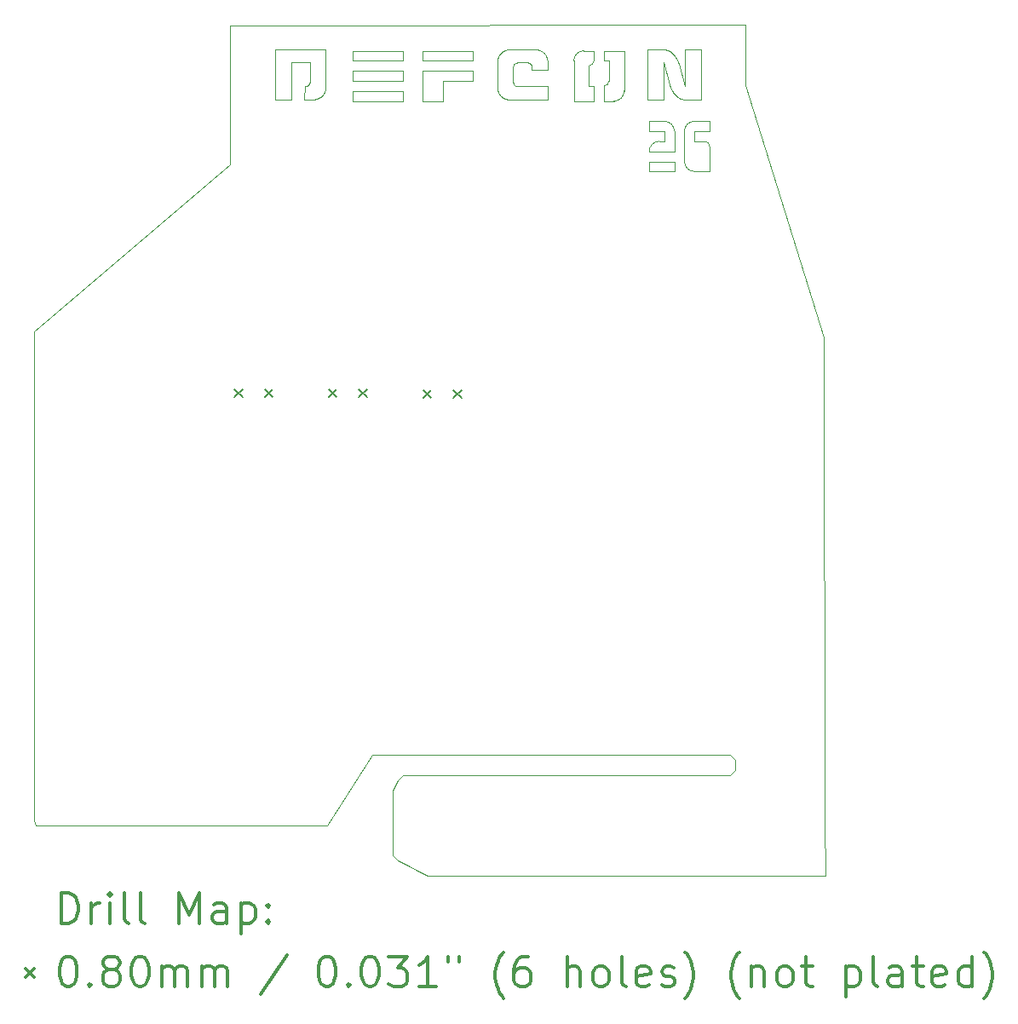
<source format=gbr>
%FSLAX45Y45*%
G04 Gerber Fmt 4.5, Leading zero omitted, Abs format (unit mm)*
G04 Created by KiCad (PCBNEW 4.0.7) date Monday, July 02, 2018 'PMt' 09:22:09 PM*
%MOMM*%
%LPD*%
G01*
G04 APERTURE LIST*
%ADD10C,0.127000*%
%ADD11C,0.100000*%
%ADD12C,0.200000*%
%ADD13C,0.300000*%
G04 APERTURE END LIST*
D10*
D11*
X16250000Y-17400000D02*
X16238220Y-17345780D01*
X24100000Y-17900000D02*
X24089320Y-17346980D01*
X20150000Y-17900000D02*
X24100000Y-17900000D01*
X20050000Y-17850000D02*
X20150000Y-17900000D01*
X19950000Y-17800000D02*
X20050000Y-17850000D01*
X19850000Y-17750000D02*
X19950000Y-17800000D01*
X19800000Y-17700000D02*
X19850000Y-17750000D01*
X19800000Y-17050000D02*
X19800000Y-17700000D01*
X19850000Y-16950000D02*
X19800000Y-17050000D01*
X19900000Y-16900000D02*
X19850000Y-16950000D01*
X23150000Y-16900000D02*
X19900000Y-16900000D01*
X23200000Y-16850000D02*
X23150000Y-16900000D01*
X23200000Y-16800000D02*
X23200000Y-16850000D01*
X23200000Y-16750000D02*
X23200000Y-16800000D01*
X23150000Y-16700000D02*
X23200000Y-16750000D01*
X19600000Y-16700000D02*
X23150000Y-16700000D01*
X19150000Y-17400000D02*
X19600000Y-16700000D01*
X16250000Y-17400000D02*
X19150000Y-17400000D01*
X22950000Y-10850000D02*
X22950000Y-10750000D01*
X22950000Y-10750000D02*
X22950000Y-10650000D01*
X22950000Y-10900000D02*
X22950000Y-10850000D01*
X22700000Y-10800000D02*
X22700000Y-10750000D01*
X22600000Y-10900000D02*
X22600000Y-10850000D01*
X22350000Y-10900000D02*
X22350000Y-10850000D01*
X22700000Y-10500000D02*
X22700000Y-10600000D01*
X22600000Y-10500000D02*
G75*
G03X22500000Y-10400000I-100000J0D01*
G01*
X22600000Y-10700000D02*
X22600000Y-10500000D01*
X22350000Y-10400000D02*
X22500000Y-10400000D01*
X22350000Y-10500000D02*
X22350000Y-10400000D01*
X22500000Y-10500000D02*
X22350000Y-10500000D01*
X22500000Y-10600000D02*
X22500000Y-10500000D01*
X22450000Y-10600000D02*
X22500000Y-10600000D01*
X22450000Y-10600000D02*
G75*
G03X22350000Y-10700000I0J-100000D01*
G01*
X22350000Y-10700000D02*
X22600000Y-10700000D01*
X22350000Y-10800000D02*
X22350000Y-10850000D01*
X22600000Y-10800000D02*
X22350000Y-10800000D01*
X22600000Y-10850000D02*
X22600000Y-10800000D01*
X22350000Y-10900000D02*
X22600000Y-10900000D01*
X22800000Y-10600000D02*
X22800000Y-10500000D01*
X22900000Y-10600000D02*
X22800000Y-10600000D01*
X22950000Y-10650000D02*
G75*
G03X22900000Y-10600000I-50000J0D01*
G01*
X22950000Y-10500000D02*
X22800000Y-10500000D01*
X22950000Y-10400000D02*
X22950000Y-10500000D01*
X22800000Y-10400000D02*
X22950000Y-10400000D01*
X22800000Y-10400000D02*
G75*
G03X22700000Y-10500000I0J-100000D01*
G01*
X22700000Y-10650000D02*
X22700000Y-10600000D01*
X22800000Y-10900000D02*
X22950000Y-10900000D01*
X22700000Y-10800000D02*
G75*
G03X22800000Y-10900000I100000J0D01*
G01*
X22700000Y-10750000D02*
X22700000Y-10650000D01*
X21700000Y-9700000D02*
G75*
G03X21600000Y-9800000I0J-100000D01*
G01*
X21700000Y-9700000D02*
X21800000Y-9700000D01*
X21600000Y-10200000D02*
X21600000Y-9800000D01*
X21800000Y-10050000D02*
X21800000Y-10200000D01*
X21750000Y-9850000D02*
G75*
G03X21800000Y-9800000I0J50000D01*
G01*
X21750000Y-10050000D02*
X21750000Y-9850000D01*
X21800000Y-10050000D02*
X21750000Y-10050000D01*
X21800000Y-10200000D02*
X21600000Y-10200000D01*
X21900000Y-10050000D02*
G75*
G03X21950000Y-10000000I0J50000D01*
G01*
X21950000Y-10000000D02*
X21950000Y-9800000D01*
X21900000Y-9800000D02*
X21950000Y-9800000D01*
X21900000Y-10200000D02*
X21900000Y-10050000D01*
X22000000Y-10200000D02*
X21900000Y-10200000D01*
X22000000Y-10200000D02*
G75*
G03X22100000Y-10100000I0J100000D01*
G01*
X22100000Y-9700000D02*
X22100000Y-10100000D01*
X21800000Y-9700000D02*
X21800000Y-9800000D01*
X21900000Y-9700000D02*
X21900000Y-9800000D01*
X22100000Y-9700000D02*
X21900000Y-9700000D01*
X20600000Y-10000000D02*
X20300000Y-10000000D01*
X20600000Y-9900000D02*
X20600000Y-10000000D01*
X20300000Y-10200000D02*
X20300000Y-10000000D01*
X20100000Y-10200000D02*
X20300000Y-10200000D01*
X20100000Y-9900000D02*
X20100000Y-10200000D01*
X20100000Y-9900000D02*
X20600000Y-9900000D01*
X20100000Y-9800000D02*
X20100000Y-9700000D01*
X20600000Y-9800000D02*
X20100000Y-9800000D01*
X20600000Y-9700000D02*
X20600000Y-9800000D01*
X20100000Y-9700000D02*
X20600000Y-9700000D01*
X19400000Y-10200000D02*
X19400000Y-10100000D01*
X19900000Y-10200000D02*
X19400000Y-10200000D01*
X19900000Y-10100000D02*
X19900000Y-10200000D01*
X19400000Y-10100000D02*
X19900000Y-10100000D01*
X19400000Y-9800000D02*
X19900000Y-9800000D01*
X19400000Y-9700000D02*
X19400000Y-9800000D01*
X19900000Y-9700000D02*
X19400000Y-9700000D01*
X19900000Y-9800000D02*
X19900000Y-9700000D01*
X19800000Y-10000000D02*
X19900000Y-10000000D01*
X19800000Y-9900000D02*
X19900000Y-9900000D01*
X19400000Y-9900000D02*
X19400000Y-10000000D01*
X19800000Y-9900000D02*
X19400000Y-9900000D01*
X19900000Y-10000000D02*
X19900000Y-9900000D01*
X19400000Y-10000000D02*
X19800000Y-10000000D01*
X18924000Y-10185000D02*
X18995000Y-10185000D01*
X18925000Y-10054000D02*
X18924000Y-10185000D01*
X18186400Y-10833100D02*
X18186400Y-9448800D01*
X22862529Y-9684980D02*
X22705343Y-9684980D01*
X22862529Y-10184980D02*
X22862529Y-9684980D01*
X22715074Y-10184980D02*
X22862529Y-10184980D01*
X22713141Y-10184968D02*
X22715074Y-10184980D01*
X22711209Y-10184931D02*
X22713141Y-10184968D01*
X22709278Y-10184869D02*
X22711209Y-10184931D01*
X22707349Y-10184783D02*
X22709278Y-10184869D01*
X22705422Y-10184671D02*
X22707349Y-10184783D01*
X22703495Y-10184536D02*
X22705422Y-10184671D01*
X22701570Y-10184375D02*
X22703495Y-10184536D01*
X22699646Y-10184190D02*
X22701570Y-10184375D01*
X22697723Y-10183980D02*
X22699646Y-10184190D01*
X22695802Y-10183746D02*
X22697723Y-10183980D01*
X22693882Y-10183486D02*
X22695802Y-10183746D01*
X22691963Y-10183202D02*
X22693882Y-10183486D01*
X22690046Y-10182894D02*
X22691963Y-10183202D01*
X22688130Y-10182560D02*
X22690046Y-10182894D01*
X22686215Y-10182202D02*
X22688130Y-10182560D01*
X22684302Y-10181820D02*
X22686215Y-10182202D01*
X22682390Y-10181412D02*
X22684302Y-10181820D01*
X22680479Y-10180980D02*
X22682390Y-10181412D01*
X22678569Y-10180523D02*
X22680479Y-10180980D01*
X22676661Y-10180042D02*
X22678569Y-10180523D01*
X22674754Y-10179536D02*
X22676661Y-10180042D01*
X22672848Y-10179005D02*
X22674754Y-10179536D01*
X22670944Y-10178449D02*
X22672848Y-10179005D01*
X22669041Y-10177869D02*
X22670944Y-10178449D01*
X22667141Y-10177259D02*
X22669041Y-10177869D01*
X22665246Y-10176614D02*
X22667141Y-10177259D01*
X22663357Y-10175934D02*
X22665246Y-10176614D01*
X22661472Y-10175218D02*
X22663357Y-10175934D01*
X22659593Y-10174468D02*
X22661472Y-10175218D01*
X22657719Y-10173682D02*
X22659593Y-10174468D01*
X22655851Y-10172862D02*
X22657719Y-10173682D01*
X22653987Y-10172006D02*
X22655851Y-10172862D01*
X22652129Y-10171115D02*
X22653987Y-10172006D01*
X22650276Y-10170189D02*
X22652129Y-10171115D01*
X22648428Y-10169228D02*
X22650276Y-10170189D01*
X22646585Y-10168232D02*
X22648428Y-10169228D01*
X22644748Y-10167201D02*
X22646585Y-10168232D01*
X22642916Y-10166135D02*
X22644748Y-10167201D01*
X22641089Y-10165034D02*
X22642916Y-10166135D01*
X22639267Y-10163897D02*
X22641089Y-10165034D01*
X22637450Y-10162726D02*
X22639267Y-10163897D01*
X22635639Y-10161519D02*
X22637450Y-10162726D01*
X22633832Y-10160278D02*
X22635639Y-10161519D01*
X22632031Y-10159001D02*
X22633832Y-10160278D01*
X22630235Y-10157689D02*
X22632031Y-10159001D01*
X22628445Y-10156342D02*
X22630235Y-10157689D01*
X22626659Y-10154960D02*
X22628445Y-10156342D01*
X22624879Y-10153543D02*
X22626659Y-10154960D01*
X22623105Y-10152089D02*
X22624879Y-10153543D01*
X22621339Y-10150596D02*
X22623105Y-10152089D01*
X22619581Y-10149064D02*
X22621339Y-10150596D01*
X22617831Y-10147493D02*
X22619581Y-10149064D01*
X22616088Y-10145882D02*
X22617831Y-10147493D01*
X22614353Y-10144233D02*
X22616088Y-10145882D01*
X22612626Y-10142545D02*
X22614353Y-10144233D01*
X22610907Y-10140818D02*
X22612626Y-10142545D01*
X22609195Y-10139052D02*
X22610907Y-10140818D01*
X22607492Y-10137247D02*
X22609195Y-10139052D01*
X22605796Y-10135403D02*
X22607492Y-10137247D01*
X22604108Y-10133520D02*
X22605796Y-10135403D01*
X22602428Y-10131599D02*
X22604108Y-10133520D01*
X22600755Y-10129638D02*
X22602428Y-10131599D01*
X22599091Y-10127638D02*
X22600755Y-10129638D01*
X22597434Y-10125599D02*
X22599091Y-10127638D01*
X22595785Y-10123521D02*
X22597434Y-10125599D01*
X22594144Y-10121404D02*
X22595785Y-10123521D01*
X22592510Y-10119248D02*
X22594144Y-10121404D01*
X22590884Y-10117053D02*
X22592510Y-10119248D01*
X22589267Y-10114820D02*
X22590884Y-10117053D01*
X22587656Y-10112547D02*
X22589267Y-10114820D01*
X22586054Y-10110235D02*
X22587656Y-10112547D01*
X22584460Y-10107884D02*
X22586054Y-10110235D01*
X22582875Y-10105491D02*
X22584460Y-10107884D01*
X22581302Y-10103050D02*
X22582875Y-10105491D01*
X22579741Y-10100563D02*
X22581302Y-10103050D01*
X22578191Y-10098029D02*
X22579741Y-10100563D01*
X22576653Y-10095448D02*
X22578191Y-10098029D01*
X22575127Y-10092821D02*
X22576653Y-10095448D01*
X22573612Y-10090146D02*
X22575127Y-10092821D01*
X22572109Y-10087425D02*
X22573612Y-10090146D01*
X22570618Y-10084657D02*
X22572109Y-10087425D01*
X22569139Y-10081843D02*
X22570618Y-10084657D01*
X22567671Y-10078981D02*
X22569139Y-10081843D01*
X22566215Y-10076073D02*
X22567671Y-10078981D01*
X22564771Y-10073118D02*
X22566215Y-10076073D01*
X22563338Y-10070116D02*
X22564771Y-10073118D01*
X22561917Y-10067067D02*
X22563338Y-10070116D01*
X22560508Y-10063972D02*
X22561917Y-10067067D01*
X22559110Y-10060830D02*
X22560508Y-10063972D01*
X22557724Y-10057641D02*
X22559110Y-10060830D01*
X22556350Y-10054405D02*
X22557724Y-10057641D01*
X22554987Y-10051123D02*
X22556350Y-10054405D01*
X22553637Y-10047793D02*
X22554987Y-10051123D01*
X22552298Y-10044417D02*
X22553637Y-10047793D01*
X22550970Y-10040995D02*
X22552298Y-10044417D01*
X22549654Y-10037525D02*
X22550970Y-10040995D01*
X22489774Y-9816717D02*
X22549654Y-10037525D01*
X22489774Y-10184980D02*
X22489774Y-9816717D01*
X22332589Y-10184980D02*
X22489774Y-10184980D01*
X22332589Y-9684980D02*
X22332589Y-10184980D01*
X22477798Y-9684980D02*
X22332589Y-9684980D01*
X22479732Y-9684992D02*
X22477798Y-9684980D01*
X22481665Y-9685029D02*
X22479732Y-9684992D01*
X22483599Y-9685091D02*
X22481665Y-9685029D01*
X22485533Y-9685178D02*
X22483599Y-9685091D01*
X22487466Y-9685289D02*
X22485533Y-9685178D01*
X22489400Y-9685424D02*
X22487466Y-9685289D01*
X22491333Y-9685585D02*
X22489400Y-9685424D01*
X22493267Y-9685770D02*
X22491333Y-9685585D01*
X22495201Y-9685980D02*
X22493267Y-9685770D01*
X22497134Y-9686215D02*
X22495201Y-9685980D01*
X22499068Y-9686474D02*
X22497134Y-9686215D01*
X22501002Y-9686758D02*
X22499068Y-9686474D01*
X22502935Y-9687066D02*
X22501002Y-9686758D01*
X22504869Y-9687400D02*
X22502935Y-9687066D01*
X22506803Y-9687758D02*
X22504869Y-9687400D01*
X22508736Y-9688140D02*
X22506803Y-9687758D01*
X22510670Y-9688548D02*
X22508736Y-9688140D01*
X22512603Y-9688980D02*
X22510670Y-9688548D01*
X22514537Y-9689437D02*
X22512603Y-9688980D01*
X22516471Y-9689918D02*
X22514537Y-9689437D01*
X22518404Y-9690424D02*
X22516471Y-9689918D01*
X22520338Y-9690955D02*
X22518404Y-9690424D01*
X22522272Y-9691511D02*
X22520338Y-9690955D01*
X22524205Y-9692091D02*
X22522272Y-9691511D01*
X22526136Y-9692700D02*
X22524205Y-9692091D01*
X22528062Y-9693344D02*
X22526136Y-9692700D01*
X22529983Y-9694021D02*
X22528062Y-9693344D01*
X22531898Y-9694731D02*
X22529983Y-9694021D01*
X22533808Y-9695476D02*
X22531898Y-9694731D01*
X22535713Y-9696254D02*
X22533808Y-9695476D01*
X22537613Y-9697067D02*
X22535713Y-9696254D01*
X22539508Y-9697913D02*
X22537613Y-9697067D01*
X22541397Y-9698792D02*
X22539508Y-9697913D01*
X22543282Y-9699706D02*
X22541397Y-9698792D01*
X22545161Y-9700653D02*
X22543282Y-9699706D01*
X22547035Y-9701634D02*
X22545161Y-9700653D01*
X22548903Y-9702649D02*
X22547035Y-9701634D01*
X22550767Y-9703698D02*
X22548903Y-9702649D01*
X22552625Y-9704780D02*
X22550767Y-9703698D01*
X22554478Y-9705897D02*
X22552625Y-9704780D01*
X22556326Y-9707047D02*
X22554478Y-9705897D01*
X22558169Y-9708230D02*
X22556326Y-9707047D01*
X22560006Y-9709448D02*
X22558169Y-9708230D01*
X22561838Y-9710699D02*
X22560006Y-9709448D01*
X22563665Y-9711985D02*
X22561838Y-9710699D01*
X22565487Y-9713304D02*
X22563665Y-9711985D01*
X22567304Y-9714656D02*
X22565487Y-9713304D01*
X22569115Y-9716043D02*
X22567304Y-9714656D01*
X22570920Y-9717467D02*
X22569115Y-9716043D01*
X22572718Y-9718930D02*
X22570920Y-9717467D01*
X22574507Y-9720435D02*
X22572718Y-9718930D01*
X22576289Y-9721979D02*
X22574507Y-9720435D01*
X22578062Y-9723564D02*
X22576289Y-9721979D01*
X22579828Y-9725189D02*
X22578062Y-9723564D01*
X22581587Y-9726854D02*
X22579828Y-9725189D01*
X22583337Y-9728560D02*
X22581587Y-9726854D01*
X22585080Y-9730305D02*
X22583337Y-9728560D01*
X22586814Y-9732092D02*
X22585080Y-9730305D01*
X22588541Y-9733918D02*
X22586814Y-9732092D01*
X22590261Y-9735785D02*
X22588541Y-9733918D01*
X22591972Y-9737692D02*
X22590261Y-9735785D01*
X22593676Y-9739639D02*
X22591972Y-9737692D01*
X22595372Y-9741627D02*
X22593676Y-9739639D01*
X22597060Y-9743654D02*
X22595372Y-9741627D01*
X22598740Y-9745722D02*
X22597060Y-9743654D01*
X22600412Y-9747831D02*
X22598740Y-9745722D01*
X22602077Y-9749980D02*
X22600412Y-9747831D01*
X22603734Y-9752169D02*
X22602077Y-9749980D01*
X22605383Y-9754398D02*
X22603734Y-9752169D01*
X22607024Y-9756667D02*
X22605383Y-9754398D01*
X22608657Y-9758977D02*
X22607024Y-9756667D01*
X22610283Y-9761327D02*
X22608657Y-9758977D01*
X22611898Y-9763722D02*
X22610283Y-9761327D01*
X22613501Y-9766167D02*
X22611898Y-9763722D01*
X22615090Y-9768660D02*
X22613501Y-9766167D01*
X22616666Y-9771203D02*
X22615090Y-9768660D01*
X22618229Y-9773796D02*
X22616666Y-9771203D01*
X22619780Y-9776438D02*
X22618229Y-9773796D01*
X22621317Y-9779129D02*
X22619780Y-9776438D01*
X22622841Y-9781870D02*
X22621317Y-9779129D01*
X22624353Y-9784660D02*
X22622841Y-9781870D01*
X22625851Y-9787499D02*
X22624353Y-9784660D01*
X22627336Y-9790388D02*
X22625851Y-9787499D01*
X22628809Y-9793326D02*
X22627336Y-9790388D01*
X22630268Y-9796313D02*
X22628809Y-9793326D01*
X22631714Y-9799350D02*
X22630268Y-9796313D01*
X22633148Y-9802437D02*
X22631714Y-9799350D01*
X22634568Y-9805572D02*
X22633148Y-9802437D01*
X22635975Y-9808757D02*
X22634568Y-9805572D01*
X22637370Y-9811992D02*
X22635975Y-9808757D01*
X22638751Y-9815275D02*
X22637370Y-9811992D01*
X22640119Y-9818609D02*
X22638751Y-9815275D01*
X22641475Y-9821991D02*
X22640119Y-9818609D01*
X22642817Y-9825423D02*
X22641475Y-9821991D01*
X22644146Y-9828904D02*
X22642817Y-9825423D01*
X22645463Y-9832435D02*
X22644146Y-9828904D01*
X22705343Y-10053244D02*
X22645463Y-9832435D01*
X22705343Y-9684980D02*
X22705343Y-10053244D01*
X20971938Y-9685042D02*
X20977012Y-9684980D01*
X20966944Y-9685230D02*
X20971938Y-9685042D01*
X20962031Y-9685541D02*
X20966944Y-9685230D01*
X20957198Y-9685978D02*
X20962031Y-9685541D01*
X20952446Y-9686539D02*
X20957198Y-9685978D01*
X20947774Y-9687226D02*
X20952446Y-9686539D01*
X20943183Y-9688036D02*
X20947774Y-9687226D01*
X20938672Y-9688972D02*
X20943183Y-9688036D01*
X20934242Y-9690032D02*
X20938672Y-9688972D01*
X20929893Y-9691218D02*
X20934242Y-9690032D01*
X20925624Y-9692527D02*
X20929893Y-9691218D01*
X20921436Y-9693962D02*
X20925624Y-9692527D01*
X20917328Y-9695521D02*
X20921436Y-9693962D01*
X20913301Y-9697206D02*
X20917328Y-9695521D01*
X20909355Y-9699014D02*
X20913301Y-9697206D01*
X20905489Y-9700948D02*
X20909355Y-9699014D01*
X20901703Y-9703006D02*
X20905489Y-9700948D01*
X20897998Y-9705190D02*
X20901703Y-9703006D01*
X20894374Y-9707498D02*
X20897998Y-9705190D01*
X20890831Y-9709930D02*
X20894374Y-9707498D01*
X20887367Y-9712488D02*
X20890831Y-9709930D01*
X20883985Y-9715170D02*
X20887367Y-9712488D01*
X20880683Y-9717977D02*
X20883985Y-9715170D01*
X20877461Y-9720908D02*
X20880683Y-9717977D01*
X20874347Y-9723954D02*
X20877461Y-9720908D01*
X20871364Y-9727104D02*
X20874347Y-9723954D01*
X20868514Y-9730358D02*
X20871364Y-9727104D01*
X20865797Y-9733716D02*
X20868514Y-9730358D01*
X20863213Y-9737178D02*
X20865797Y-9733716D01*
X20860760Y-9740744D02*
X20863213Y-9737178D01*
X20858441Y-9744413D02*
X20860760Y-9740744D01*
X20856254Y-9748187D02*
X20858441Y-9744413D01*
X20854199Y-9752065D02*
X20856254Y-9748187D01*
X20852277Y-9756046D02*
X20854199Y-9752065D01*
X20850488Y-9760132D02*
X20852277Y-9756046D01*
X20848831Y-9764321D02*
X20850488Y-9760132D01*
X20847307Y-9768615D02*
X20848831Y-9764321D01*
X20845915Y-9773012D02*
X20847307Y-9768615D01*
X20844656Y-9777514D02*
X20845915Y-9773012D01*
X20843529Y-9782119D02*
X20844656Y-9777514D01*
X20842535Y-9786828D02*
X20843529Y-9782119D01*
X20841674Y-9791642D02*
X20842535Y-9786828D01*
X20840945Y-9796559D02*
X20841674Y-9791642D01*
X20840348Y-9801580D02*
X20840945Y-9796559D01*
X20839884Y-9806705D02*
X20840348Y-9801580D01*
X20839553Y-9811934D02*
X20839884Y-9806705D01*
X20839354Y-9817268D02*
X20839553Y-9811934D01*
X20839288Y-9822705D02*
X20839354Y-9817268D01*
X20839288Y-10050250D02*
X20839288Y-9822705D01*
X20839348Y-10055684D02*
X20839288Y-10050250D01*
X20839529Y-10061009D02*
X20839348Y-10055684D01*
X20839832Y-10066225D02*
X20839529Y-10061009D01*
X20840255Y-10071332D02*
X20839832Y-10066225D01*
X20840798Y-10076330D02*
X20840255Y-10071332D01*
X20841463Y-10081219D02*
X20840798Y-10076330D01*
X20842249Y-10085998D02*
X20841463Y-10081219D01*
X20843155Y-10090669D02*
X20842249Y-10085998D01*
X20844182Y-10095230D02*
X20843155Y-10090669D01*
X20845330Y-10099682D02*
X20844182Y-10095230D01*
X20846599Y-10104025D02*
X20845330Y-10099682D01*
X20847989Y-10108258D02*
X20846599Y-10104025D01*
X20849500Y-10112383D02*
X20847989Y-10108258D01*
X20851131Y-10116398D02*
X20849500Y-10112383D01*
X20852884Y-10120305D02*
X20851131Y-10116398D01*
X20854757Y-10124102D02*
X20852884Y-10120305D01*
X20856751Y-10127790D02*
X20854757Y-10124102D01*
X20858866Y-10131369D02*
X20856751Y-10127790D01*
X20861102Y-10134838D02*
X20858866Y-10131369D01*
X20863458Y-10138199D02*
X20861102Y-10134838D01*
X20865936Y-10141450D02*
X20863458Y-10138199D01*
X20868534Y-10144592D02*
X20865936Y-10141450D01*
X20871253Y-10147625D02*
X20868534Y-10144592D01*
X20874093Y-10150549D02*
X20871253Y-10147625D01*
X20877048Y-10153358D02*
X20874093Y-10150549D01*
X20880110Y-10156048D02*
X20877048Y-10153358D01*
X20883280Y-10158619D02*
X20880110Y-10156048D01*
X20886558Y-10161070D02*
X20883280Y-10158619D01*
X20889944Y-10163401D02*
X20886558Y-10161070D01*
X20893437Y-10165613D02*
X20889944Y-10163401D01*
X20897039Y-10167705D02*
X20893437Y-10165613D01*
X20900748Y-10169677D02*
X20897039Y-10167705D01*
X20904565Y-10171530D02*
X20900748Y-10169677D01*
X20908491Y-10173264D02*
X20904565Y-10171530D01*
X20912523Y-10174878D02*
X20908491Y-10173264D01*
X20916664Y-10176372D02*
X20912523Y-10174878D01*
X20920913Y-10177747D02*
X20916664Y-10176372D01*
X20925269Y-10179002D02*
X20920913Y-10177747D01*
X20929734Y-10180138D02*
X20925269Y-10179002D01*
X20934306Y-10181154D02*
X20929734Y-10180138D01*
X20938986Y-10182051D02*
X20934306Y-10181154D01*
X20943774Y-10182828D02*
X20938986Y-10182051D01*
X20948670Y-10183486D02*
X20943774Y-10182828D01*
X20953674Y-10184024D02*
X20948670Y-10183486D01*
X20958785Y-10184442D02*
X20953674Y-10184024D01*
X20964004Y-10184741D02*
X20958785Y-10184442D01*
X20969332Y-10184920D02*
X20964004Y-10184741D01*
X20974767Y-10184980D02*
X20969332Y-10184920D01*
X21339288Y-10184980D02*
X20974767Y-10184980D01*
X21339288Y-10053992D02*
X21339288Y-10184980D01*
X21049617Y-10053992D02*
X21339288Y-10053992D01*
X21045342Y-10053898D02*
X21049617Y-10053992D01*
X21041248Y-10053618D02*
X21045342Y-10053898D01*
X21037337Y-10053150D02*
X21041248Y-10053618D01*
X21033607Y-10052495D02*
X21037337Y-10053150D01*
X21030060Y-10051653D02*
X21033607Y-10052495D01*
X21026694Y-10050624D02*
X21030060Y-10051653D01*
X21023510Y-10049407D02*
X21026694Y-10050624D01*
X21020509Y-10048004D02*
X21023510Y-10049407D01*
X21017689Y-10046413D02*
X21020509Y-10048004D01*
X21015051Y-10044636D02*
X21017689Y-10046413D01*
X21012595Y-10042671D02*
X21015051Y-10044636D01*
X21010321Y-10040519D02*
X21012595Y-10042671D01*
X21008229Y-10038180D02*
X21010321Y-10040519D01*
X21006318Y-10035654D02*
X21008229Y-10038180D01*
X21004590Y-10032940D02*
X21006318Y-10035654D01*
X21003044Y-10030040D02*
X21004590Y-10032940D01*
X21001679Y-10026952D02*
X21003044Y-10030040D01*
X21000497Y-10023678D02*
X21001679Y-10026952D01*
X20999496Y-10020216D02*
X21000497Y-10023678D01*
X20998677Y-10016567D02*
X20999496Y-10020216D01*
X20998041Y-10012731D02*
X20998677Y-10016567D01*
X20997586Y-10008708D02*
X20998041Y-10012731D01*
X20997313Y-10004497D02*
X20997586Y-10008708D01*
X20997222Y-10000100D02*
X20997313Y-10004497D01*
X20997222Y-9857136D02*
X20997222Y-10000100D01*
X20997783Y-9854017D02*
X20997222Y-9857136D01*
X20998469Y-9851023D02*
X20997783Y-9854017D01*
X20999280Y-9848154D02*
X20998469Y-9851023D01*
X21000216Y-9845409D02*
X20999280Y-9848154D01*
X21001276Y-9842789D02*
X21000216Y-9845409D01*
X21002461Y-9840294D02*
X21001276Y-9842789D01*
X21003771Y-9837924D02*
X21002461Y-9840294D01*
X21005206Y-9835679D02*
X21003771Y-9837924D01*
X21006765Y-9833558D02*
X21005206Y-9835679D01*
X21008449Y-9831562D02*
X21006765Y-9833558D01*
X21010258Y-9829691D02*
X21008449Y-9831562D01*
X21012192Y-9827944D02*
X21010258Y-9829691D01*
X21014250Y-9826322D02*
X21012192Y-9827944D01*
X21016433Y-9824825D02*
X21014250Y-9826322D01*
X21018741Y-9823453D02*
X21016433Y-9824825D01*
X21021174Y-9822206D02*
X21018741Y-9823453D01*
X21023731Y-9821083D02*
X21021174Y-9822206D01*
X21026414Y-9820085D02*
X21023731Y-9821083D01*
X21029220Y-9819212D02*
X21026414Y-9820085D01*
X21032152Y-9818463D02*
X21029220Y-9819212D01*
X21035208Y-9817839D02*
X21032152Y-9818463D01*
X21038390Y-9817340D02*
X21035208Y-9817839D01*
X21041695Y-9816966D02*
X21038390Y-9817340D01*
X21045126Y-9816717D02*
X21041695Y-9816966D01*
X21133449Y-9816717D02*
X21045126Y-9816717D01*
X21135426Y-9816741D02*
X21133449Y-9816717D01*
X21137364Y-9816813D02*
X21135426Y-9816741D01*
X21139262Y-9816933D02*
X21137364Y-9816813D01*
X21141122Y-9817101D02*
X21139262Y-9816933D01*
X21142942Y-9817318D02*
X21141122Y-9817101D01*
X21144724Y-9817582D02*
X21142942Y-9817318D01*
X21146466Y-9817895D02*
X21144724Y-9817582D01*
X21148170Y-9818255D02*
X21146466Y-9817895D01*
X21149835Y-9818664D02*
X21148170Y-9818255D01*
X21151460Y-9819121D02*
X21149835Y-9818664D01*
X21153047Y-9819625D02*
X21151460Y-9819121D01*
X21154595Y-9820178D02*
X21153047Y-9819625D01*
X21156103Y-9820779D02*
X21154595Y-9820178D01*
X21157573Y-9821429D02*
X21156103Y-9820779D01*
X21159004Y-9822126D02*
X21157573Y-9821429D01*
X21160396Y-9822871D02*
X21159004Y-9822126D01*
X21161748Y-9823664D02*
X21160396Y-9822871D01*
X21163062Y-9824506D02*
X21161748Y-9823664D01*
X21164337Y-9825395D02*
X21163062Y-9824506D01*
X21165573Y-9826333D02*
X21164337Y-9825395D01*
X21166770Y-9827318D02*
X21165573Y-9826333D01*
X21167927Y-9828352D02*
X21166770Y-9827318D01*
X21169046Y-9829434D02*
X21167927Y-9828352D01*
X21170126Y-9830564D02*
X21169046Y-9829434D01*
X21171164Y-9831737D02*
X21170126Y-9830564D01*
X21172158Y-9832947D02*
X21171164Y-9831737D01*
X21173108Y-9834195D02*
X21172158Y-9832947D01*
X21174014Y-9835481D02*
X21173108Y-9834195D01*
X21174876Y-9836805D02*
X21174014Y-9835481D01*
X21175693Y-9838166D02*
X21174876Y-9836805D01*
X21176466Y-9839565D02*
X21175693Y-9838166D01*
X21177195Y-9841001D02*
X21176466Y-9839565D01*
X21177880Y-9842476D02*
X21177195Y-9841001D01*
X21178521Y-9843988D02*
X21177880Y-9842476D01*
X21179117Y-9845537D02*
X21178521Y-9843988D01*
X21179670Y-9847125D02*
X21179117Y-9845537D01*
X21180178Y-9848750D02*
X21179670Y-9847125D01*
X21180642Y-9850412D02*
X21180178Y-9848750D01*
X21181061Y-9852113D02*
X21180642Y-9850412D01*
X21181437Y-9853851D02*
X21181061Y-9852113D01*
X21181768Y-9855626D02*
X21181437Y-9853851D01*
X21182055Y-9857440D02*
X21181768Y-9855626D01*
X21182298Y-9859291D02*
X21182055Y-9857440D01*
X21182497Y-9861180D02*
X21182298Y-9859291D01*
X21182652Y-9863106D02*
X21182497Y-9861180D01*
X21182762Y-9865070D02*
X21182652Y-9863106D01*
X21182829Y-9867072D02*
X21182762Y-9865070D01*
X21182851Y-9869112D02*
X21182829Y-9867072D01*
X21182851Y-9892315D02*
X21182851Y-9869112D01*
X21339288Y-9892315D02*
X21182851Y-9892315D01*
X21339288Y-9822705D02*
X21339288Y-9892315D01*
X21339222Y-9817268D02*
X21339288Y-9822705D01*
X21339023Y-9811934D02*
X21339222Y-9817268D01*
X21338691Y-9806705D02*
X21339023Y-9811934D01*
X21338227Y-9801580D02*
X21338691Y-9806705D01*
X21337631Y-9796559D02*
X21338227Y-9801580D01*
X21336902Y-9791642D02*
X21337631Y-9796559D01*
X21336040Y-9786828D02*
X21336902Y-9791642D01*
X21335046Y-9782119D02*
X21336040Y-9786828D01*
X21333920Y-9777514D02*
X21335046Y-9782119D01*
X21332660Y-9773012D02*
X21333920Y-9777514D01*
X21331269Y-9768615D02*
X21332660Y-9773012D01*
X21329744Y-9764321D02*
X21331269Y-9768615D01*
X21328088Y-9760132D02*
X21329744Y-9764321D01*
X21326298Y-9756046D02*
X21328088Y-9760132D01*
X21324376Y-9752065D02*
X21326298Y-9756046D01*
X21322322Y-9748187D02*
X21324376Y-9752065D01*
X21320135Y-9744413D02*
X21322322Y-9748187D01*
X21317815Y-9740744D02*
X21320135Y-9744413D01*
X21315363Y-9737178D02*
X21317815Y-9740744D01*
X21312778Y-9733716D02*
X21315363Y-9737178D01*
X21310061Y-9730358D02*
X21312778Y-9733716D01*
X21307211Y-9727104D02*
X21310061Y-9730358D01*
X21304229Y-9723954D02*
X21307211Y-9727104D01*
X21301114Y-9720908D02*
X21304229Y-9723954D01*
X21297893Y-9717977D02*
X21301114Y-9720908D01*
X21294591Y-9715170D02*
X21297893Y-9717977D01*
X21291208Y-9712488D02*
X21294591Y-9715170D01*
X21287745Y-9709930D02*
X21291208Y-9712488D01*
X21284201Y-9707498D02*
X21287745Y-9709930D01*
X21280577Y-9705190D02*
X21284201Y-9707498D01*
X21276872Y-9703006D02*
X21280577Y-9705190D01*
X21273087Y-9700948D02*
X21276872Y-9703006D01*
X21269221Y-9699014D02*
X21273087Y-9700948D01*
X21265274Y-9697206D02*
X21269221Y-9699014D01*
X21261247Y-9695521D02*
X21265274Y-9697206D01*
X21257140Y-9693962D02*
X21261247Y-9695521D01*
X21252951Y-9692527D02*
X21257140Y-9693962D01*
X21248683Y-9691218D02*
X21252951Y-9692527D01*
X21244333Y-9690032D02*
X21248683Y-9691218D01*
X21239903Y-9688972D02*
X21244333Y-9690032D01*
X21235393Y-9688036D02*
X21239903Y-9688972D01*
X21230802Y-9687226D02*
X21235393Y-9688036D01*
X21226130Y-9686539D02*
X21230802Y-9687226D01*
X21221378Y-9685978D02*
X21226130Y-9686539D01*
X21216545Y-9685541D02*
X21221378Y-9685978D01*
X21211632Y-9685230D02*
X21216545Y-9685541D01*
X21206638Y-9685042D02*
X21211632Y-9685230D01*
X21201563Y-9684980D02*
X21206638Y-9685042D01*
X20977012Y-9684980D02*
X21201563Y-9684980D01*
X19133769Y-9684980D02*
X18633020Y-9684980D01*
X19133769Y-10048004D02*
X19133769Y-9684980D01*
X19133751Y-10050736D02*
X19133769Y-10048004D01*
X19133698Y-10053441D02*
X19133751Y-10050736D01*
X19133611Y-10056121D02*
X19133698Y-10053441D01*
X19133488Y-10058774D02*
X19133611Y-10056121D01*
X19133330Y-10061402D02*
X19133488Y-10058774D01*
X19133137Y-10064003D02*
X19133330Y-10061402D01*
X19132909Y-10066579D02*
X19133137Y-10064003D01*
X19132646Y-10069128D02*
X19132909Y-10066579D01*
X19132348Y-10071652D02*
X19132646Y-10069128D01*
X19132014Y-10074150D02*
X19132348Y-10071652D01*
X19131646Y-10076621D02*
X19132014Y-10074150D01*
X19131242Y-10079067D02*
X19131646Y-10076621D01*
X19130804Y-10081487D02*
X19131242Y-10079067D01*
X19130330Y-10083880D02*
X19130804Y-10081487D01*
X19129821Y-10086248D02*
X19130330Y-10083880D01*
X19129278Y-10088589D02*
X19129821Y-10086248D01*
X19128699Y-10090905D02*
X19129278Y-10088589D01*
X19128085Y-10093195D02*
X19128699Y-10090905D01*
X19127436Y-10095459D02*
X19128085Y-10093195D01*
X19126751Y-10097696D02*
X19127436Y-10095459D01*
X19126032Y-10099908D02*
X19126751Y-10097696D01*
X19125278Y-10102094D02*
X19126032Y-10099908D01*
X19124488Y-10104253D02*
X19125278Y-10102094D01*
X19123664Y-10106387D02*
X19124488Y-10104253D01*
X19122807Y-10108494D02*
X19123664Y-10106387D01*
X19121920Y-10110574D02*
X19122807Y-10108494D01*
X19121003Y-10112627D02*
X19121920Y-10110574D01*
X19120056Y-10114652D02*
X19121003Y-10112627D01*
X19119080Y-10116650D02*
X19120056Y-10114652D01*
X19118073Y-10118621D02*
X19119080Y-10116650D01*
X19117037Y-10120564D02*
X19118073Y-10118621D01*
X19115971Y-10122480D02*
X19117037Y-10120564D01*
X19114875Y-10124369D02*
X19115971Y-10122480D01*
X19113749Y-10126230D02*
X19114875Y-10124369D01*
X19112593Y-10128065D02*
X19113749Y-10126230D01*
X19111407Y-10129872D02*
X19112593Y-10128065D01*
X19110191Y-10131651D02*
X19111407Y-10129872D01*
X19108946Y-10133404D02*
X19110191Y-10131651D01*
X19107670Y-10135129D02*
X19108946Y-10133404D01*
X19106365Y-10136826D02*
X19107670Y-10135129D01*
X19105030Y-10138497D02*
X19106365Y-10136826D01*
X19103665Y-10140140D02*
X19105030Y-10138497D01*
X19102270Y-10141756D02*
X19103665Y-10140140D01*
X19100845Y-10143345D02*
X19102270Y-10141756D01*
X19099390Y-10144906D02*
X19100845Y-10143345D01*
X19097905Y-10146440D02*
X19099390Y-10144906D01*
X19096391Y-10147947D02*
X19097905Y-10146440D01*
X19094846Y-10149426D02*
X19096391Y-10147947D01*
X19093275Y-10150877D02*
X19094846Y-10149426D01*
X19091681Y-10152298D02*
X19093275Y-10150877D01*
X19090063Y-10153689D02*
X19091681Y-10152298D01*
X19088422Y-10155050D02*
X19090063Y-10153689D01*
X19086757Y-10156382D02*
X19088422Y-10155050D01*
X19085069Y-10157683D02*
X19086757Y-10156382D01*
X19083358Y-10158955D02*
X19085069Y-10157683D01*
X19081623Y-10160196D02*
X19083358Y-10158955D01*
X19079865Y-10161408D02*
X19081623Y-10160196D01*
X19078083Y-10162590D02*
X19079865Y-10161408D01*
X19076278Y-10163742D02*
X19078083Y-10162590D01*
X19074450Y-10164864D02*
X19076278Y-10163742D01*
X19072598Y-10165956D02*
X19074450Y-10164864D01*
X19070723Y-10167019D02*
X19072598Y-10165956D01*
X19068824Y-10168051D02*
X19070723Y-10167019D01*
X19066902Y-10169054D02*
X19068824Y-10168051D01*
X19064957Y-10170026D02*
X19066902Y-10169054D01*
X19062988Y-10170969D02*
X19064957Y-10170026D01*
X19060996Y-10171882D02*
X19062988Y-10170969D01*
X19058981Y-10172765D02*
X19060996Y-10171882D01*
X19056942Y-10173618D02*
X19058981Y-10172765D01*
X19054879Y-10174441D02*
X19056942Y-10173618D01*
X19052794Y-10175235D02*
X19054879Y-10174441D01*
X19050685Y-10175998D02*
X19052794Y-10175235D01*
X19048556Y-10176731D02*
X19050685Y-10175998D01*
X19046412Y-10177433D02*
X19048556Y-10176731D01*
X19044252Y-10178103D02*
X19046412Y-10177433D01*
X19042077Y-10178743D02*
X19044252Y-10178103D01*
X19039886Y-10179351D02*
X19042077Y-10178743D01*
X19037679Y-10179928D02*
X19039886Y-10179351D01*
X19035457Y-10180473D02*
X19037679Y-10179928D01*
X19033220Y-10180988D02*
X19035457Y-10180473D01*
X19030966Y-10181471D02*
X19033220Y-10180988D01*
X19028697Y-10181924D02*
X19030966Y-10181471D01*
X19026413Y-10182345D02*
X19028697Y-10181924D01*
X19024113Y-10182735D02*
X19026413Y-10182345D01*
X19021797Y-10183093D02*
X19024113Y-10182735D01*
X19019466Y-10183421D02*
X19021797Y-10183093D01*
X19017119Y-10183717D02*
X19019466Y-10183421D01*
X19014757Y-10183982D02*
X19017119Y-10183717D01*
X19012379Y-10184216D02*
X19014757Y-10183982D01*
X19009985Y-10184419D02*
X19012379Y-10184216D01*
X19007576Y-10184590D02*
X19009985Y-10184419D01*
X19005151Y-10184731D02*
X19007576Y-10184590D01*
X19002710Y-10184840D02*
X19005151Y-10184731D01*
X19000254Y-10184918D02*
X19002710Y-10184840D01*
X18997783Y-10184964D02*
X19000254Y-10184918D01*
X18995295Y-10184980D02*
X18997783Y-10184964D01*
X18928463Y-10053150D02*
X18924188Y-10053244D01*
X18932556Y-10052869D02*
X18928463Y-10053150D01*
X18936468Y-10052401D02*
X18932556Y-10052869D01*
X18940197Y-10051747D02*
X18936468Y-10052401D01*
X18943745Y-10050904D02*
X18940197Y-10051747D01*
X18947111Y-10049875D02*
X18943745Y-10050904D01*
X18950294Y-10048659D02*
X18947111Y-10049875D01*
X18953296Y-10047255D02*
X18950294Y-10048659D01*
X18956116Y-10045665D02*
X18953296Y-10047255D01*
X18958754Y-10043887D02*
X18956116Y-10045665D01*
X18961210Y-10041922D02*
X18958754Y-10043887D01*
X18963484Y-10039770D02*
X18961210Y-10041922D01*
X18965576Y-10037431D02*
X18963484Y-10039770D01*
X18967487Y-10034905D02*
X18965576Y-10037431D01*
X18969215Y-10032192D02*
X18967487Y-10034905D01*
X18970761Y-10029291D02*
X18969215Y-10032192D01*
X18972126Y-10026204D02*
X18970761Y-10029291D01*
X18973308Y-10022929D02*
X18972126Y-10026204D01*
X18974309Y-10019467D02*
X18973308Y-10022929D01*
X18975128Y-10015818D02*
X18974309Y-10019467D01*
X18975764Y-10011982D02*
X18975128Y-10015818D01*
X18976219Y-10007959D02*
X18975764Y-10011982D01*
X18976492Y-10003749D02*
X18976219Y-10007959D01*
X18976583Y-9999351D02*
X18976492Y-10003749D01*
X18976583Y-9815968D02*
X18976583Y-9999351D01*
X18790954Y-9815968D02*
X18976583Y-9815968D01*
X18790954Y-10184980D02*
X18790954Y-9815968D01*
X18633020Y-10184980D02*
X18790954Y-10184980D01*
X18633020Y-9684980D02*
X18633020Y-10184980D01*
X24088020Y-12545080D02*
X24089320Y-17346980D01*
X23303220Y-10041880D02*
X24088020Y-12545080D01*
X23303220Y-9445080D02*
X23303220Y-10041880D01*
X18186400Y-9448800D02*
X23303220Y-9445080D01*
X18186400Y-10833100D02*
X16238220Y-12491780D01*
X16238220Y-12491780D02*
X16238220Y-17345780D01*
D12*
X18227540Y-13061320D02*
X18307540Y-13141320D01*
X18307540Y-13061320D02*
X18227540Y-13141320D01*
X18527540Y-13061320D02*
X18607540Y-13141320D01*
X18607540Y-13061320D02*
X18527540Y-13141320D01*
X19162260Y-13063860D02*
X19242260Y-13143860D01*
X19242260Y-13063860D02*
X19162260Y-13143860D01*
X19462260Y-13063860D02*
X19542260Y-13143860D01*
X19542260Y-13063860D02*
X19462260Y-13143860D01*
X20104600Y-13068940D02*
X20184600Y-13148940D01*
X20184600Y-13068940D02*
X20104600Y-13148940D01*
X20404600Y-13068940D02*
X20484600Y-13148940D01*
X20484600Y-13068940D02*
X20404600Y-13148940D01*
D13*
X16504648Y-18370714D02*
X16504648Y-18070714D01*
X16576077Y-18070714D01*
X16618934Y-18085000D01*
X16647506Y-18113572D01*
X16661791Y-18142143D01*
X16676077Y-18199286D01*
X16676077Y-18242143D01*
X16661791Y-18299286D01*
X16647506Y-18327857D01*
X16618934Y-18356429D01*
X16576077Y-18370714D01*
X16504648Y-18370714D01*
X16804649Y-18370714D02*
X16804649Y-18170714D01*
X16804649Y-18227857D02*
X16818934Y-18199286D01*
X16833220Y-18185000D01*
X16861791Y-18170714D01*
X16890363Y-18170714D01*
X16990363Y-18370714D02*
X16990363Y-18170714D01*
X16990363Y-18070714D02*
X16976077Y-18085000D01*
X16990363Y-18099286D01*
X17004649Y-18085000D01*
X16990363Y-18070714D01*
X16990363Y-18099286D01*
X17176077Y-18370714D02*
X17147506Y-18356429D01*
X17133220Y-18327857D01*
X17133220Y-18070714D01*
X17333220Y-18370714D02*
X17304649Y-18356429D01*
X17290363Y-18327857D01*
X17290363Y-18070714D01*
X17676077Y-18370714D02*
X17676077Y-18070714D01*
X17776077Y-18285000D01*
X17876077Y-18070714D01*
X17876077Y-18370714D01*
X18147506Y-18370714D02*
X18147506Y-18213572D01*
X18133220Y-18185000D01*
X18104649Y-18170714D01*
X18047506Y-18170714D01*
X18018934Y-18185000D01*
X18147506Y-18356429D02*
X18118934Y-18370714D01*
X18047506Y-18370714D01*
X18018934Y-18356429D01*
X18004649Y-18327857D01*
X18004649Y-18299286D01*
X18018934Y-18270714D01*
X18047506Y-18256429D01*
X18118934Y-18256429D01*
X18147506Y-18242143D01*
X18290363Y-18170714D02*
X18290363Y-18470714D01*
X18290363Y-18185000D02*
X18318934Y-18170714D01*
X18376077Y-18170714D01*
X18404649Y-18185000D01*
X18418934Y-18199286D01*
X18433220Y-18227857D01*
X18433220Y-18313572D01*
X18418934Y-18342143D01*
X18404649Y-18356429D01*
X18376077Y-18370714D01*
X18318934Y-18370714D01*
X18290363Y-18356429D01*
X18561791Y-18342143D02*
X18576077Y-18356429D01*
X18561791Y-18370714D01*
X18547506Y-18356429D01*
X18561791Y-18342143D01*
X18561791Y-18370714D01*
X18561791Y-18185000D02*
X18576077Y-18199286D01*
X18561791Y-18213572D01*
X18547506Y-18199286D01*
X18561791Y-18185000D01*
X18561791Y-18213572D01*
X16153220Y-18825000D02*
X16233220Y-18905000D01*
X16233220Y-18825000D02*
X16153220Y-18905000D01*
X16561791Y-18700714D02*
X16590363Y-18700714D01*
X16618934Y-18715000D01*
X16633220Y-18729286D01*
X16647506Y-18757857D01*
X16661791Y-18815000D01*
X16661791Y-18886429D01*
X16647506Y-18943572D01*
X16633220Y-18972143D01*
X16618934Y-18986429D01*
X16590363Y-19000714D01*
X16561791Y-19000714D01*
X16533220Y-18986429D01*
X16518934Y-18972143D01*
X16504648Y-18943572D01*
X16490363Y-18886429D01*
X16490363Y-18815000D01*
X16504648Y-18757857D01*
X16518934Y-18729286D01*
X16533220Y-18715000D01*
X16561791Y-18700714D01*
X16790363Y-18972143D02*
X16804649Y-18986429D01*
X16790363Y-19000714D01*
X16776077Y-18986429D01*
X16790363Y-18972143D01*
X16790363Y-19000714D01*
X16976077Y-18829286D02*
X16947506Y-18815000D01*
X16933220Y-18800714D01*
X16918934Y-18772143D01*
X16918934Y-18757857D01*
X16933220Y-18729286D01*
X16947506Y-18715000D01*
X16976077Y-18700714D01*
X17033220Y-18700714D01*
X17061791Y-18715000D01*
X17076077Y-18729286D01*
X17090363Y-18757857D01*
X17090363Y-18772143D01*
X17076077Y-18800714D01*
X17061791Y-18815000D01*
X17033220Y-18829286D01*
X16976077Y-18829286D01*
X16947506Y-18843572D01*
X16933220Y-18857857D01*
X16918934Y-18886429D01*
X16918934Y-18943572D01*
X16933220Y-18972143D01*
X16947506Y-18986429D01*
X16976077Y-19000714D01*
X17033220Y-19000714D01*
X17061791Y-18986429D01*
X17076077Y-18972143D01*
X17090363Y-18943572D01*
X17090363Y-18886429D01*
X17076077Y-18857857D01*
X17061791Y-18843572D01*
X17033220Y-18829286D01*
X17276077Y-18700714D02*
X17304649Y-18700714D01*
X17333220Y-18715000D01*
X17347506Y-18729286D01*
X17361791Y-18757857D01*
X17376077Y-18815000D01*
X17376077Y-18886429D01*
X17361791Y-18943572D01*
X17347506Y-18972143D01*
X17333220Y-18986429D01*
X17304649Y-19000714D01*
X17276077Y-19000714D01*
X17247506Y-18986429D01*
X17233220Y-18972143D01*
X17218934Y-18943572D01*
X17204649Y-18886429D01*
X17204649Y-18815000D01*
X17218934Y-18757857D01*
X17233220Y-18729286D01*
X17247506Y-18715000D01*
X17276077Y-18700714D01*
X17504649Y-19000714D02*
X17504649Y-18800714D01*
X17504649Y-18829286D02*
X17518934Y-18815000D01*
X17547506Y-18800714D01*
X17590363Y-18800714D01*
X17618934Y-18815000D01*
X17633220Y-18843572D01*
X17633220Y-19000714D01*
X17633220Y-18843572D02*
X17647506Y-18815000D01*
X17676077Y-18800714D01*
X17718934Y-18800714D01*
X17747506Y-18815000D01*
X17761791Y-18843572D01*
X17761791Y-19000714D01*
X17904649Y-19000714D02*
X17904649Y-18800714D01*
X17904649Y-18829286D02*
X17918934Y-18815000D01*
X17947506Y-18800714D01*
X17990363Y-18800714D01*
X18018934Y-18815000D01*
X18033220Y-18843572D01*
X18033220Y-19000714D01*
X18033220Y-18843572D02*
X18047506Y-18815000D01*
X18076077Y-18800714D01*
X18118934Y-18800714D01*
X18147506Y-18815000D01*
X18161791Y-18843572D01*
X18161791Y-19000714D01*
X18747506Y-18686429D02*
X18490363Y-19072143D01*
X19133220Y-18700714D02*
X19161791Y-18700714D01*
X19190363Y-18715000D01*
X19204648Y-18729286D01*
X19218934Y-18757857D01*
X19233220Y-18815000D01*
X19233220Y-18886429D01*
X19218934Y-18943572D01*
X19204648Y-18972143D01*
X19190363Y-18986429D01*
X19161791Y-19000714D01*
X19133220Y-19000714D01*
X19104648Y-18986429D01*
X19090363Y-18972143D01*
X19076077Y-18943572D01*
X19061791Y-18886429D01*
X19061791Y-18815000D01*
X19076077Y-18757857D01*
X19090363Y-18729286D01*
X19104648Y-18715000D01*
X19133220Y-18700714D01*
X19361791Y-18972143D02*
X19376077Y-18986429D01*
X19361791Y-19000714D01*
X19347506Y-18986429D01*
X19361791Y-18972143D01*
X19361791Y-19000714D01*
X19561791Y-18700714D02*
X19590363Y-18700714D01*
X19618934Y-18715000D01*
X19633220Y-18729286D01*
X19647506Y-18757857D01*
X19661791Y-18815000D01*
X19661791Y-18886429D01*
X19647506Y-18943572D01*
X19633220Y-18972143D01*
X19618934Y-18986429D01*
X19590363Y-19000714D01*
X19561791Y-19000714D01*
X19533220Y-18986429D01*
X19518934Y-18972143D01*
X19504648Y-18943572D01*
X19490363Y-18886429D01*
X19490363Y-18815000D01*
X19504648Y-18757857D01*
X19518934Y-18729286D01*
X19533220Y-18715000D01*
X19561791Y-18700714D01*
X19761791Y-18700714D02*
X19947506Y-18700714D01*
X19847506Y-18815000D01*
X19890363Y-18815000D01*
X19918934Y-18829286D01*
X19933220Y-18843572D01*
X19947506Y-18872143D01*
X19947506Y-18943572D01*
X19933220Y-18972143D01*
X19918934Y-18986429D01*
X19890363Y-19000714D01*
X19804648Y-19000714D01*
X19776077Y-18986429D01*
X19761791Y-18972143D01*
X20233220Y-19000714D02*
X20061791Y-19000714D01*
X20147506Y-19000714D02*
X20147506Y-18700714D01*
X20118934Y-18743572D01*
X20090363Y-18772143D01*
X20061791Y-18786429D01*
X20347506Y-18700714D02*
X20347506Y-18757857D01*
X20461791Y-18700714D02*
X20461791Y-18757857D01*
X20904648Y-19115000D02*
X20890363Y-19100714D01*
X20861791Y-19057857D01*
X20847506Y-19029286D01*
X20833220Y-18986429D01*
X20818934Y-18915000D01*
X20818934Y-18857857D01*
X20833220Y-18786429D01*
X20847506Y-18743572D01*
X20861791Y-18715000D01*
X20890363Y-18672143D01*
X20904648Y-18657857D01*
X21147506Y-18700714D02*
X21090363Y-18700714D01*
X21061791Y-18715000D01*
X21047506Y-18729286D01*
X21018934Y-18772143D01*
X21004648Y-18829286D01*
X21004648Y-18943572D01*
X21018934Y-18972143D01*
X21033220Y-18986429D01*
X21061791Y-19000714D01*
X21118934Y-19000714D01*
X21147506Y-18986429D01*
X21161791Y-18972143D01*
X21176077Y-18943572D01*
X21176077Y-18872143D01*
X21161791Y-18843572D01*
X21147506Y-18829286D01*
X21118934Y-18815000D01*
X21061791Y-18815000D01*
X21033220Y-18829286D01*
X21018934Y-18843572D01*
X21004648Y-18872143D01*
X21533220Y-19000714D02*
X21533220Y-18700714D01*
X21661791Y-19000714D02*
X21661791Y-18843572D01*
X21647506Y-18815000D01*
X21618934Y-18800714D01*
X21576077Y-18800714D01*
X21547506Y-18815000D01*
X21533220Y-18829286D01*
X21847506Y-19000714D02*
X21818934Y-18986429D01*
X21804648Y-18972143D01*
X21790363Y-18943572D01*
X21790363Y-18857857D01*
X21804648Y-18829286D01*
X21818934Y-18815000D01*
X21847506Y-18800714D01*
X21890363Y-18800714D01*
X21918934Y-18815000D01*
X21933220Y-18829286D01*
X21947506Y-18857857D01*
X21947506Y-18943572D01*
X21933220Y-18972143D01*
X21918934Y-18986429D01*
X21890363Y-19000714D01*
X21847506Y-19000714D01*
X22118934Y-19000714D02*
X22090363Y-18986429D01*
X22076077Y-18957857D01*
X22076077Y-18700714D01*
X22347506Y-18986429D02*
X22318934Y-19000714D01*
X22261791Y-19000714D01*
X22233220Y-18986429D01*
X22218934Y-18957857D01*
X22218934Y-18843572D01*
X22233220Y-18815000D01*
X22261791Y-18800714D01*
X22318934Y-18800714D01*
X22347506Y-18815000D01*
X22361791Y-18843572D01*
X22361791Y-18872143D01*
X22218934Y-18900714D01*
X22476077Y-18986429D02*
X22504648Y-19000714D01*
X22561791Y-19000714D01*
X22590363Y-18986429D01*
X22604648Y-18957857D01*
X22604648Y-18943572D01*
X22590363Y-18915000D01*
X22561791Y-18900714D01*
X22518934Y-18900714D01*
X22490363Y-18886429D01*
X22476077Y-18857857D01*
X22476077Y-18843572D01*
X22490363Y-18815000D01*
X22518934Y-18800714D01*
X22561791Y-18800714D01*
X22590363Y-18815000D01*
X22704648Y-19115000D02*
X22718934Y-19100714D01*
X22747506Y-19057857D01*
X22761791Y-19029286D01*
X22776077Y-18986429D01*
X22790363Y-18915000D01*
X22790363Y-18857857D01*
X22776077Y-18786429D01*
X22761791Y-18743572D01*
X22747506Y-18715000D01*
X22718934Y-18672143D01*
X22704648Y-18657857D01*
X23247506Y-19115000D02*
X23233220Y-19100714D01*
X23204648Y-19057857D01*
X23190363Y-19029286D01*
X23176077Y-18986429D01*
X23161791Y-18915000D01*
X23161791Y-18857857D01*
X23176077Y-18786429D01*
X23190363Y-18743572D01*
X23204648Y-18715000D01*
X23233220Y-18672143D01*
X23247506Y-18657857D01*
X23361791Y-18800714D02*
X23361791Y-19000714D01*
X23361791Y-18829286D02*
X23376077Y-18815000D01*
X23404648Y-18800714D01*
X23447506Y-18800714D01*
X23476077Y-18815000D01*
X23490363Y-18843572D01*
X23490363Y-19000714D01*
X23676077Y-19000714D02*
X23647506Y-18986429D01*
X23633220Y-18972143D01*
X23618934Y-18943572D01*
X23618934Y-18857857D01*
X23633220Y-18829286D01*
X23647506Y-18815000D01*
X23676077Y-18800714D01*
X23718934Y-18800714D01*
X23747506Y-18815000D01*
X23761791Y-18829286D01*
X23776077Y-18857857D01*
X23776077Y-18943572D01*
X23761791Y-18972143D01*
X23747506Y-18986429D01*
X23718934Y-19000714D01*
X23676077Y-19000714D01*
X23861791Y-18800714D02*
X23976077Y-18800714D01*
X23904648Y-18700714D02*
X23904648Y-18957857D01*
X23918934Y-18986429D01*
X23947506Y-19000714D01*
X23976077Y-19000714D01*
X24304648Y-18800714D02*
X24304648Y-19100714D01*
X24304648Y-18815000D02*
X24333220Y-18800714D01*
X24390363Y-18800714D01*
X24418934Y-18815000D01*
X24433220Y-18829286D01*
X24447506Y-18857857D01*
X24447506Y-18943572D01*
X24433220Y-18972143D01*
X24418934Y-18986429D01*
X24390363Y-19000714D01*
X24333220Y-19000714D01*
X24304648Y-18986429D01*
X24618934Y-19000714D02*
X24590363Y-18986429D01*
X24576077Y-18957857D01*
X24576077Y-18700714D01*
X24861791Y-19000714D02*
X24861791Y-18843572D01*
X24847506Y-18815000D01*
X24818934Y-18800714D01*
X24761791Y-18800714D01*
X24733220Y-18815000D01*
X24861791Y-18986429D02*
X24833220Y-19000714D01*
X24761791Y-19000714D01*
X24733220Y-18986429D01*
X24718934Y-18957857D01*
X24718934Y-18929286D01*
X24733220Y-18900714D01*
X24761791Y-18886429D01*
X24833220Y-18886429D01*
X24861791Y-18872143D01*
X24961791Y-18800714D02*
X25076077Y-18800714D01*
X25004649Y-18700714D02*
X25004649Y-18957857D01*
X25018934Y-18986429D01*
X25047506Y-19000714D01*
X25076077Y-19000714D01*
X25290363Y-18986429D02*
X25261791Y-19000714D01*
X25204649Y-19000714D01*
X25176077Y-18986429D01*
X25161791Y-18957857D01*
X25161791Y-18843572D01*
X25176077Y-18815000D01*
X25204649Y-18800714D01*
X25261791Y-18800714D01*
X25290363Y-18815000D01*
X25304649Y-18843572D01*
X25304649Y-18872143D01*
X25161791Y-18900714D01*
X25561791Y-19000714D02*
X25561791Y-18700714D01*
X25561791Y-18986429D02*
X25533220Y-19000714D01*
X25476077Y-19000714D01*
X25447506Y-18986429D01*
X25433220Y-18972143D01*
X25418934Y-18943572D01*
X25418934Y-18857857D01*
X25433220Y-18829286D01*
X25447506Y-18815000D01*
X25476077Y-18800714D01*
X25533220Y-18800714D01*
X25561791Y-18815000D01*
X25676077Y-19115000D02*
X25690363Y-19100714D01*
X25718934Y-19057857D01*
X25733220Y-19029286D01*
X25747506Y-18986429D01*
X25761791Y-18915000D01*
X25761791Y-18857857D01*
X25747506Y-18786429D01*
X25733220Y-18743572D01*
X25718934Y-18715000D01*
X25690363Y-18672143D01*
X25676077Y-18657857D01*
M02*

</source>
